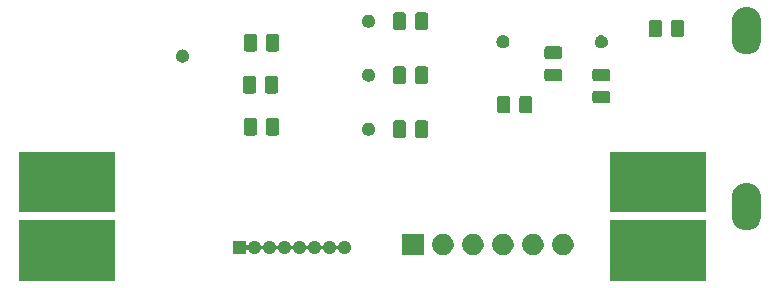
<source format=gbr>
G04 #@! TF.GenerationSoftware,KiCad,Pcbnew,5.1.6-c6e7f7d~87~ubuntu18.04.1*
G04 #@! TF.CreationDate,2020-08-29T18:23:14+01:00*
G04 #@! TF.ProjectId,ossw_lcd,6f737377-5f6c-4636-942e-6b696361645f,1.1*
G04 #@! TF.SameCoordinates,Original*
G04 #@! TF.FileFunction,Soldermask,Bot*
G04 #@! TF.FilePolarity,Negative*
%FSLAX46Y46*%
G04 Gerber Fmt 4.6, Leading zero omitted, Abs format (unit mm)*
G04 Created by KiCad (PCBNEW 5.1.6-c6e7f7d~87~ubuntu18.04.1) date 2020-08-29 18:23:14*
%MOMM*%
%LPD*%
G01*
G04 APERTURE LIST*
%ADD10C,0.100000*%
G04 APERTURE END LIST*
D10*
G36*
X191096600Y-107605400D02*
G01*
X182994600Y-107605400D01*
X182994600Y-102503400D01*
X191096600Y-102503400D01*
X191096600Y-107605400D01*
G37*
G36*
X141084000Y-107605400D02*
G01*
X132982000Y-107605400D01*
X132982000Y-102503400D01*
X141084000Y-102503400D01*
X141084000Y-107605400D01*
G37*
G36*
X168972712Y-103650327D02*
G01*
X169122012Y-103680024D01*
X169285984Y-103747944D01*
X169433554Y-103846547D01*
X169559053Y-103972046D01*
X169657656Y-104119616D01*
X169725576Y-104283588D01*
X169743243Y-104372409D01*
X169760200Y-104457658D01*
X169760200Y-104635142D01*
X169756182Y-104655341D01*
X169725576Y-104809212D01*
X169657656Y-104973184D01*
X169559053Y-105120754D01*
X169433554Y-105246253D01*
X169285984Y-105344856D01*
X169122012Y-105412776D01*
X168972712Y-105442473D01*
X168947942Y-105447400D01*
X168770458Y-105447400D01*
X168745688Y-105442473D01*
X168596388Y-105412776D01*
X168432416Y-105344856D01*
X168284846Y-105246253D01*
X168159347Y-105120754D01*
X168060744Y-104973184D01*
X167992824Y-104809212D01*
X167962218Y-104655341D01*
X167958200Y-104635142D01*
X167958200Y-104457658D01*
X167975157Y-104372409D01*
X167992824Y-104283588D01*
X168060744Y-104119616D01*
X168159347Y-103972046D01*
X168284846Y-103846547D01*
X168432416Y-103747944D01*
X168596388Y-103680024D01*
X168745688Y-103650327D01*
X168770458Y-103645400D01*
X168947942Y-103645400D01*
X168972712Y-103650327D01*
G37*
G36*
X167220200Y-105447400D02*
G01*
X165418200Y-105447400D01*
X165418200Y-103645400D01*
X167220200Y-103645400D01*
X167220200Y-105447400D01*
G37*
G36*
X174052712Y-103650327D02*
G01*
X174202012Y-103680024D01*
X174365984Y-103747944D01*
X174513554Y-103846547D01*
X174639053Y-103972046D01*
X174737656Y-104119616D01*
X174805576Y-104283588D01*
X174823243Y-104372409D01*
X174840200Y-104457658D01*
X174840200Y-104635142D01*
X174836182Y-104655341D01*
X174805576Y-104809212D01*
X174737656Y-104973184D01*
X174639053Y-105120754D01*
X174513554Y-105246253D01*
X174365984Y-105344856D01*
X174202012Y-105412776D01*
X174052712Y-105442473D01*
X174027942Y-105447400D01*
X173850458Y-105447400D01*
X173825688Y-105442473D01*
X173676388Y-105412776D01*
X173512416Y-105344856D01*
X173364846Y-105246253D01*
X173239347Y-105120754D01*
X173140744Y-104973184D01*
X173072824Y-104809212D01*
X173042218Y-104655341D01*
X173038200Y-104635142D01*
X173038200Y-104457658D01*
X173055157Y-104372409D01*
X173072824Y-104283588D01*
X173140744Y-104119616D01*
X173239347Y-103972046D01*
X173364846Y-103846547D01*
X173512416Y-103747944D01*
X173676388Y-103680024D01*
X173825688Y-103650327D01*
X173850458Y-103645400D01*
X174027942Y-103645400D01*
X174052712Y-103650327D01*
G37*
G36*
X176592712Y-103650327D02*
G01*
X176742012Y-103680024D01*
X176905984Y-103747944D01*
X177053554Y-103846547D01*
X177179053Y-103972046D01*
X177277656Y-104119616D01*
X177345576Y-104283588D01*
X177363243Y-104372409D01*
X177380200Y-104457658D01*
X177380200Y-104635142D01*
X177376182Y-104655341D01*
X177345576Y-104809212D01*
X177277656Y-104973184D01*
X177179053Y-105120754D01*
X177053554Y-105246253D01*
X176905984Y-105344856D01*
X176742012Y-105412776D01*
X176592712Y-105442473D01*
X176567942Y-105447400D01*
X176390458Y-105447400D01*
X176365688Y-105442473D01*
X176216388Y-105412776D01*
X176052416Y-105344856D01*
X175904846Y-105246253D01*
X175779347Y-105120754D01*
X175680744Y-104973184D01*
X175612824Y-104809212D01*
X175582218Y-104655341D01*
X175578200Y-104635142D01*
X175578200Y-104457658D01*
X175595157Y-104372409D01*
X175612824Y-104283588D01*
X175680744Y-104119616D01*
X175779347Y-103972046D01*
X175904846Y-103846547D01*
X176052416Y-103747944D01*
X176216388Y-103680024D01*
X176365688Y-103650327D01*
X176390458Y-103645400D01*
X176567942Y-103645400D01*
X176592712Y-103650327D01*
G37*
G36*
X179132712Y-103650327D02*
G01*
X179282012Y-103680024D01*
X179445984Y-103747944D01*
X179593554Y-103846547D01*
X179719053Y-103972046D01*
X179817656Y-104119616D01*
X179885576Y-104283588D01*
X179903243Y-104372409D01*
X179920200Y-104457658D01*
X179920200Y-104635142D01*
X179916182Y-104655341D01*
X179885576Y-104809212D01*
X179817656Y-104973184D01*
X179719053Y-105120754D01*
X179593554Y-105246253D01*
X179445984Y-105344856D01*
X179282012Y-105412776D01*
X179132712Y-105442473D01*
X179107942Y-105447400D01*
X178930458Y-105447400D01*
X178905688Y-105442473D01*
X178756388Y-105412776D01*
X178592416Y-105344856D01*
X178444846Y-105246253D01*
X178319347Y-105120754D01*
X178220744Y-104973184D01*
X178152824Y-104809212D01*
X178122218Y-104655341D01*
X178118200Y-104635142D01*
X178118200Y-104457658D01*
X178135157Y-104372409D01*
X178152824Y-104283588D01*
X178220744Y-104119616D01*
X178319347Y-103972046D01*
X178444846Y-103846547D01*
X178592416Y-103747944D01*
X178756388Y-103680024D01*
X178905688Y-103650327D01*
X178930458Y-103645400D01*
X179107942Y-103645400D01*
X179132712Y-103650327D01*
G37*
G36*
X171512712Y-103650327D02*
G01*
X171662012Y-103680024D01*
X171825984Y-103747944D01*
X171973554Y-103846547D01*
X172099053Y-103972046D01*
X172197656Y-104119616D01*
X172265576Y-104283588D01*
X172283243Y-104372409D01*
X172300200Y-104457658D01*
X172300200Y-104635142D01*
X172296182Y-104655341D01*
X172265576Y-104809212D01*
X172197656Y-104973184D01*
X172099053Y-105120754D01*
X171973554Y-105246253D01*
X171825984Y-105344856D01*
X171662012Y-105412776D01*
X171512712Y-105442473D01*
X171487942Y-105447400D01*
X171310458Y-105447400D01*
X171285688Y-105442473D01*
X171136388Y-105412776D01*
X170972416Y-105344856D01*
X170824846Y-105246253D01*
X170699347Y-105120754D01*
X170600744Y-104973184D01*
X170532824Y-104809212D01*
X170502218Y-104655341D01*
X170498200Y-104635142D01*
X170498200Y-104457658D01*
X170515157Y-104372409D01*
X170532824Y-104283588D01*
X170600744Y-104119616D01*
X170699347Y-103972046D01*
X170824846Y-103846547D01*
X170972416Y-103747944D01*
X171136388Y-103680024D01*
X171285688Y-103650327D01*
X171310458Y-103645400D01*
X171487942Y-103645400D01*
X171512712Y-103650327D01*
G37*
G36*
X152189000Y-104472618D02*
G01*
X152191402Y-104497004D01*
X152198515Y-104520453D01*
X152210066Y-104542064D01*
X152225611Y-104561006D01*
X152244553Y-104576551D01*
X152266164Y-104588102D01*
X152289613Y-104595215D01*
X152313999Y-104597617D01*
X152338385Y-104595215D01*
X152361834Y-104588102D01*
X152383445Y-104576551D01*
X152402387Y-104561006D01*
X152417932Y-104542064D01*
X152480009Y-104449160D01*
X152480010Y-104449158D01*
X152556758Y-104372410D01*
X152647004Y-104312110D01*
X152647005Y-104312109D01*
X152747279Y-104270574D01*
X152853730Y-104249400D01*
X152962270Y-104249400D01*
X153068721Y-104270574D01*
X153168995Y-104312109D01*
X153168996Y-104312110D01*
X153259242Y-104372410D01*
X153335990Y-104449158D01*
X153335991Y-104449160D01*
X153396291Y-104539405D01*
X153427516Y-104614789D01*
X153439067Y-104636400D01*
X153454612Y-104655341D01*
X153473554Y-104670887D01*
X153495165Y-104682438D01*
X153518614Y-104689551D01*
X153543000Y-104691953D01*
X153567386Y-104689551D01*
X153590835Y-104682438D01*
X153612446Y-104670887D01*
X153631387Y-104655342D01*
X153646933Y-104636400D01*
X153658484Y-104614789D01*
X153689709Y-104539405D01*
X153750009Y-104449160D01*
X153750010Y-104449158D01*
X153826758Y-104372410D01*
X153917004Y-104312110D01*
X153917005Y-104312109D01*
X154017279Y-104270574D01*
X154123730Y-104249400D01*
X154232270Y-104249400D01*
X154338721Y-104270574D01*
X154438995Y-104312109D01*
X154438996Y-104312110D01*
X154529242Y-104372410D01*
X154605990Y-104449158D01*
X154605991Y-104449160D01*
X154666291Y-104539405D01*
X154697516Y-104614789D01*
X154709067Y-104636400D01*
X154724612Y-104655341D01*
X154743554Y-104670887D01*
X154765165Y-104682438D01*
X154788614Y-104689551D01*
X154813000Y-104691953D01*
X154837386Y-104689551D01*
X154860835Y-104682438D01*
X154882446Y-104670887D01*
X154901387Y-104655342D01*
X154916933Y-104636400D01*
X154928484Y-104614789D01*
X154959709Y-104539405D01*
X155020009Y-104449160D01*
X155020010Y-104449158D01*
X155096758Y-104372410D01*
X155187004Y-104312110D01*
X155187005Y-104312109D01*
X155287279Y-104270574D01*
X155393730Y-104249400D01*
X155502270Y-104249400D01*
X155608721Y-104270574D01*
X155708995Y-104312109D01*
X155708996Y-104312110D01*
X155799242Y-104372410D01*
X155875990Y-104449158D01*
X155875991Y-104449160D01*
X155936291Y-104539405D01*
X155967516Y-104614789D01*
X155979067Y-104636400D01*
X155994612Y-104655341D01*
X156013554Y-104670887D01*
X156035165Y-104682438D01*
X156058614Y-104689551D01*
X156083000Y-104691953D01*
X156107386Y-104689551D01*
X156130835Y-104682438D01*
X156152446Y-104670887D01*
X156171387Y-104655342D01*
X156186933Y-104636400D01*
X156198484Y-104614789D01*
X156229709Y-104539405D01*
X156290009Y-104449160D01*
X156290010Y-104449158D01*
X156366758Y-104372410D01*
X156457004Y-104312110D01*
X156457005Y-104312109D01*
X156557279Y-104270574D01*
X156663730Y-104249400D01*
X156772270Y-104249400D01*
X156878721Y-104270574D01*
X156978995Y-104312109D01*
X156978996Y-104312110D01*
X157069242Y-104372410D01*
X157145990Y-104449158D01*
X157145991Y-104449160D01*
X157206291Y-104539405D01*
X157237516Y-104614789D01*
X157249067Y-104636400D01*
X157264612Y-104655341D01*
X157283554Y-104670887D01*
X157305165Y-104682438D01*
X157328614Y-104689551D01*
X157353000Y-104691953D01*
X157377386Y-104689551D01*
X157400835Y-104682438D01*
X157422446Y-104670887D01*
X157441387Y-104655342D01*
X157456933Y-104636400D01*
X157468484Y-104614789D01*
X157499709Y-104539405D01*
X157560009Y-104449160D01*
X157560010Y-104449158D01*
X157636758Y-104372410D01*
X157727004Y-104312110D01*
X157727005Y-104312109D01*
X157827279Y-104270574D01*
X157933730Y-104249400D01*
X158042270Y-104249400D01*
X158148721Y-104270574D01*
X158248995Y-104312109D01*
X158248996Y-104312110D01*
X158339242Y-104372410D01*
X158415990Y-104449158D01*
X158415991Y-104449160D01*
X158476291Y-104539405D01*
X158507516Y-104614789D01*
X158519067Y-104636400D01*
X158534612Y-104655341D01*
X158553554Y-104670887D01*
X158575165Y-104682438D01*
X158598614Y-104689551D01*
X158623000Y-104691953D01*
X158647386Y-104689551D01*
X158670835Y-104682438D01*
X158692446Y-104670887D01*
X158711387Y-104655342D01*
X158726933Y-104636400D01*
X158738484Y-104614789D01*
X158769709Y-104539405D01*
X158830009Y-104449160D01*
X158830010Y-104449158D01*
X158906758Y-104372410D01*
X158997004Y-104312110D01*
X158997005Y-104312109D01*
X159097279Y-104270574D01*
X159203730Y-104249400D01*
X159312270Y-104249400D01*
X159418721Y-104270574D01*
X159518995Y-104312109D01*
X159518996Y-104312110D01*
X159609242Y-104372410D01*
X159685990Y-104449158D01*
X159685991Y-104449160D01*
X159746291Y-104539405D01*
X159777516Y-104614789D01*
X159789067Y-104636400D01*
X159804612Y-104655341D01*
X159823554Y-104670887D01*
X159845165Y-104682438D01*
X159868614Y-104689551D01*
X159893000Y-104691953D01*
X159917386Y-104689551D01*
X159940835Y-104682438D01*
X159962446Y-104670887D01*
X159981387Y-104655342D01*
X159996933Y-104636400D01*
X160008484Y-104614789D01*
X160039709Y-104539405D01*
X160100009Y-104449160D01*
X160100010Y-104449158D01*
X160176758Y-104372410D01*
X160267004Y-104312110D01*
X160267005Y-104312109D01*
X160367279Y-104270574D01*
X160473730Y-104249400D01*
X160582270Y-104249400D01*
X160688721Y-104270574D01*
X160788995Y-104312109D01*
X160788996Y-104312110D01*
X160879242Y-104372410D01*
X160955990Y-104449158D01*
X160955991Y-104449160D01*
X161016291Y-104539405D01*
X161057826Y-104639679D01*
X161079000Y-104746130D01*
X161079000Y-104854670D01*
X161057826Y-104961121D01*
X161016291Y-105061395D01*
X161016290Y-105061396D01*
X160955990Y-105151642D01*
X160879242Y-105228390D01*
X160852509Y-105246252D01*
X160788995Y-105288691D01*
X160688721Y-105330226D01*
X160582270Y-105351400D01*
X160473730Y-105351400D01*
X160367279Y-105330226D01*
X160267005Y-105288691D01*
X160203491Y-105246252D01*
X160176758Y-105228390D01*
X160100010Y-105151642D01*
X160039710Y-105061396D01*
X160039709Y-105061395D01*
X160008484Y-104986011D01*
X159996933Y-104964400D01*
X159981388Y-104945459D01*
X159962446Y-104929913D01*
X159940835Y-104918362D01*
X159917386Y-104911249D01*
X159893000Y-104908847D01*
X159868614Y-104911249D01*
X159845165Y-104918362D01*
X159823554Y-104929913D01*
X159804613Y-104945458D01*
X159789067Y-104964400D01*
X159777516Y-104986011D01*
X159746291Y-105061395D01*
X159746290Y-105061396D01*
X159685990Y-105151642D01*
X159609242Y-105228390D01*
X159582509Y-105246252D01*
X159518995Y-105288691D01*
X159418721Y-105330226D01*
X159312270Y-105351400D01*
X159203730Y-105351400D01*
X159097279Y-105330226D01*
X158997005Y-105288691D01*
X158933491Y-105246252D01*
X158906758Y-105228390D01*
X158830010Y-105151642D01*
X158769710Y-105061396D01*
X158769709Y-105061395D01*
X158738484Y-104986011D01*
X158726933Y-104964400D01*
X158711388Y-104945459D01*
X158692446Y-104929913D01*
X158670835Y-104918362D01*
X158647386Y-104911249D01*
X158623000Y-104908847D01*
X158598614Y-104911249D01*
X158575165Y-104918362D01*
X158553554Y-104929913D01*
X158534613Y-104945458D01*
X158519067Y-104964400D01*
X158507516Y-104986011D01*
X158476291Y-105061395D01*
X158476290Y-105061396D01*
X158415990Y-105151642D01*
X158339242Y-105228390D01*
X158312509Y-105246252D01*
X158248995Y-105288691D01*
X158148721Y-105330226D01*
X158042270Y-105351400D01*
X157933730Y-105351400D01*
X157827279Y-105330226D01*
X157727005Y-105288691D01*
X157663491Y-105246252D01*
X157636758Y-105228390D01*
X157560010Y-105151642D01*
X157499710Y-105061396D01*
X157499709Y-105061395D01*
X157468484Y-104986011D01*
X157456933Y-104964400D01*
X157441388Y-104945459D01*
X157422446Y-104929913D01*
X157400835Y-104918362D01*
X157377386Y-104911249D01*
X157353000Y-104908847D01*
X157328614Y-104911249D01*
X157305165Y-104918362D01*
X157283554Y-104929913D01*
X157264613Y-104945458D01*
X157249067Y-104964400D01*
X157237516Y-104986011D01*
X157206291Y-105061395D01*
X157206290Y-105061396D01*
X157145990Y-105151642D01*
X157069242Y-105228390D01*
X157042509Y-105246252D01*
X156978995Y-105288691D01*
X156878721Y-105330226D01*
X156772270Y-105351400D01*
X156663730Y-105351400D01*
X156557279Y-105330226D01*
X156457005Y-105288691D01*
X156393491Y-105246252D01*
X156366758Y-105228390D01*
X156290010Y-105151642D01*
X156229710Y-105061396D01*
X156229709Y-105061395D01*
X156198484Y-104986011D01*
X156186933Y-104964400D01*
X156171388Y-104945459D01*
X156152446Y-104929913D01*
X156130835Y-104918362D01*
X156107386Y-104911249D01*
X156083000Y-104908847D01*
X156058614Y-104911249D01*
X156035165Y-104918362D01*
X156013554Y-104929913D01*
X155994613Y-104945458D01*
X155979067Y-104964400D01*
X155967516Y-104986011D01*
X155936291Y-105061395D01*
X155936290Y-105061396D01*
X155875990Y-105151642D01*
X155799242Y-105228390D01*
X155772509Y-105246252D01*
X155708995Y-105288691D01*
X155608721Y-105330226D01*
X155502270Y-105351400D01*
X155393730Y-105351400D01*
X155287279Y-105330226D01*
X155187005Y-105288691D01*
X155123491Y-105246252D01*
X155096758Y-105228390D01*
X155020010Y-105151642D01*
X154959710Y-105061396D01*
X154959709Y-105061395D01*
X154928484Y-104986011D01*
X154916933Y-104964400D01*
X154901388Y-104945459D01*
X154882446Y-104929913D01*
X154860835Y-104918362D01*
X154837386Y-104911249D01*
X154813000Y-104908847D01*
X154788614Y-104911249D01*
X154765165Y-104918362D01*
X154743554Y-104929913D01*
X154724613Y-104945458D01*
X154709067Y-104964400D01*
X154697516Y-104986011D01*
X154666291Y-105061395D01*
X154666290Y-105061396D01*
X154605990Y-105151642D01*
X154529242Y-105228390D01*
X154502509Y-105246252D01*
X154438995Y-105288691D01*
X154338721Y-105330226D01*
X154232270Y-105351400D01*
X154123730Y-105351400D01*
X154017279Y-105330226D01*
X153917005Y-105288691D01*
X153853491Y-105246252D01*
X153826758Y-105228390D01*
X153750010Y-105151642D01*
X153689710Y-105061396D01*
X153689709Y-105061395D01*
X153658484Y-104986011D01*
X153646933Y-104964400D01*
X153631388Y-104945459D01*
X153612446Y-104929913D01*
X153590835Y-104918362D01*
X153567386Y-104911249D01*
X153543000Y-104908847D01*
X153518614Y-104911249D01*
X153495165Y-104918362D01*
X153473554Y-104929913D01*
X153454613Y-104945458D01*
X153439067Y-104964400D01*
X153427516Y-104986011D01*
X153396291Y-105061395D01*
X153396290Y-105061396D01*
X153335990Y-105151642D01*
X153259242Y-105228390D01*
X153232509Y-105246252D01*
X153168995Y-105288691D01*
X153068721Y-105330226D01*
X152962270Y-105351400D01*
X152853730Y-105351400D01*
X152747279Y-105330226D01*
X152647005Y-105288691D01*
X152583491Y-105246252D01*
X152556758Y-105228390D01*
X152480010Y-105151642D01*
X152459012Y-105120216D01*
X152417932Y-105058736D01*
X152402386Y-105039794D01*
X152383444Y-105024249D01*
X152361833Y-105012698D01*
X152338385Y-105005585D01*
X152313998Y-105003183D01*
X152289612Y-105005585D01*
X152266163Y-105012698D01*
X152244553Y-105024249D01*
X152225611Y-105039795D01*
X152210066Y-105058737D01*
X152198515Y-105080348D01*
X152191402Y-105103796D01*
X152189000Y-105128182D01*
X152189000Y-105351400D01*
X151087000Y-105351400D01*
X151087000Y-104249400D01*
X152189000Y-104249400D01*
X152189000Y-104472618D01*
G37*
G36*
X194809239Y-99363101D02*
G01*
X195045053Y-99434634D01*
X195262381Y-99550799D01*
X195452871Y-99707129D01*
X195609201Y-99897619D01*
X195725366Y-100114947D01*
X195796899Y-100350761D01*
X195815000Y-100534543D01*
X195815000Y-102157457D01*
X195796899Y-102341239D01*
X195725366Y-102577053D01*
X195609201Y-102794381D01*
X195452871Y-102984871D01*
X195262380Y-103141201D01*
X195045052Y-103257366D01*
X194809238Y-103328899D01*
X194564000Y-103353053D01*
X194318761Y-103328899D01*
X194082947Y-103257366D01*
X193865619Y-103141201D01*
X193675129Y-102984871D01*
X193518799Y-102794380D01*
X193402634Y-102577052D01*
X193331101Y-102341238D01*
X193313000Y-102157456D01*
X193313000Y-100534543D01*
X193331101Y-100350761D01*
X193402635Y-100114947D01*
X193518800Y-99897619D01*
X193675130Y-99707129D01*
X193865620Y-99550799D01*
X194082948Y-99434634D01*
X194318762Y-99363101D01*
X194564000Y-99338947D01*
X194809239Y-99363101D01*
G37*
G36*
X191147400Y-101788800D02*
G01*
X183045400Y-101788800D01*
X183045400Y-96686800D01*
X191147400Y-96686800D01*
X191147400Y-101788800D01*
G37*
G36*
X141109400Y-101788800D02*
G01*
X133007400Y-101788800D01*
X133007400Y-96686800D01*
X141109400Y-96686800D01*
X141109400Y-101788800D01*
G37*
G36*
X165550468Y-94046365D02*
G01*
X165589138Y-94058096D01*
X165624777Y-94077146D01*
X165656017Y-94102783D01*
X165681654Y-94134023D01*
X165700704Y-94169662D01*
X165712435Y-94208332D01*
X165717000Y-94254688D01*
X165717000Y-95330912D01*
X165712435Y-95377268D01*
X165700704Y-95415938D01*
X165681654Y-95451577D01*
X165656017Y-95482817D01*
X165624777Y-95508454D01*
X165589138Y-95527504D01*
X165550468Y-95539235D01*
X165504112Y-95543800D01*
X164852888Y-95543800D01*
X164806532Y-95539235D01*
X164767862Y-95527504D01*
X164732223Y-95508454D01*
X164700983Y-95482817D01*
X164675346Y-95451577D01*
X164656296Y-95415938D01*
X164644565Y-95377268D01*
X164640000Y-95330912D01*
X164640000Y-94254688D01*
X164644565Y-94208332D01*
X164656296Y-94169662D01*
X164675346Y-94134023D01*
X164700983Y-94102783D01*
X164732223Y-94077146D01*
X164767862Y-94058096D01*
X164806532Y-94046365D01*
X164852888Y-94041800D01*
X165504112Y-94041800D01*
X165550468Y-94046365D01*
G37*
G36*
X167425468Y-94046365D02*
G01*
X167464138Y-94058096D01*
X167499777Y-94077146D01*
X167531017Y-94102783D01*
X167556654Y-94134023D01*
X167575704Y-94169662D01*
X167587435Y-94208332D01*
X167592000Y-94254688D01*
X167592000Y-95330912D01*
X167587435Y-95377268D01*
X167575704Y-95415938D01*
X167556654Y-95451577D01*
X167531017Y-95482817D01*
X167499777Y-95508454D01*
X167464138Y-95527504D01*
X167425468Y-95539235D01*
X167379112Y-95543800D01*
X166727888Y-95543800D01*
X166681532Y-95539235D01*
X166642862Y-95527504D01*
X166607223Y-95508454D01*
X166575983Y-95482817D01*
X166550346Y-95451577D01*
X166531296Y-95415938D01*
X166519565Y-95377268D01*
X166515000Y-95330912D01*
X166515000Y-94254688D01*
X166519565Y-94208332D01*
X166531296Y-94169662D01*
X166550346Y-94134023D01*
X166575983Y-94102783D01*
X166607223Y-94077146D01*
X166642862Y-94058096D01*
X166681532Y-94046365D01*
X166727888Y-94041800D01*
X167379112Y-94041800D01*
X167425468Y-94046365D01*
G37*
G36*
X162720721Y-94262974D02*
G01*
X162820995Y-94304509D01*
X162820996Y-94304510D01*
X162911242Y-94364810D01*
X162987990Y-94441558D01*
X162987991Y-94441560D01*
X163048291Y-94531805D01*
X163089826Y-94632079D01*
X163111000Y-94738530D01*
X163111000Y-94847070D01*
X163089826Y-94953521D01*
X163048291Y-95053795D01*
X163048290Y-95053796D01*
X162987990Y-95144042D01*
X162911242Y-95220790D01*
X162869955Y-95248377D01*
X162820995Y-95281091D01*
X162720721Y-95322626D01*
X162614270Y-95343800D01*
X162505730Y-95343800D01*
X162399279Y-95322626D01*
X162299005Y-95281091D01*
X162250045Y-95248377D01*
X162208758Y-95220790D01*
X162132010Y-95144042D01*
X162071710Y-95053796D01*
X162071709Y-95053795D01*
X162030174Y-94953521D01*
X162009000Y-94847070D01*
X162009000Y-94738530D01*
X162030174Y-94632079D01*
X162071709Y-94531805D01*
X162132009Y-94441560D01*
X162132010Y-94441558D01*
X162208758Y-94364810D01*
X162299004Y-94304510D01*
X162299005Y-94304509D01*
X162399279Y-94262974D01*
X162505730Y-94241800D01*
X162614270Y-94241800D01*
X162720721Y-94262974D01*
G37*
G36*
X154803968Y-93843165D02*
G01*
X154842638Y-93854896D01*
X154878277Y-93873946D01*
X154909517Y-93899583D01*
X154935154Y-93930823D01*
X154954204Y-93966462D01*
X154965935Y-94005132D01*
X154970500Y-94051488D01*
X154970500Y-95127712D01*
X154965935Y-95174068D01*
X154954204Y-95212738D01*
X154935154Y-95248377D01*
X154909517Y-95279617D01*
X154878277Y-95305254D01*
X154842638Y-95324304D01*
X154803968Y-95336035D01*
X154757612Y-95340600D01*
X154106388Y-95340600D01*
X154060032Y-95336035D01*
X154021362Y-95324304D01*
X153985723Y-95305254D01*
X153954483Y-95279617D01*
X153928846Y-95248377D01*
X153909796Y-95212738D01*
X153898065Y-95174068D01*
X153893500Y-95127712D01*
X153893500Y-94051488D01*
X153898065Y-94005132D01*
X153909796Y-93966462D01*
X153928846Y-93930823D01*
X153954483Y-93899583D01*
X153985723Y-93873946D01*
X154021362Y-93854896D01*
X154060032Y-93843165D01*
X154106388Y-93838600D01*
X154757612Y-93838600D01*
X154803968Y-93843165D01*
G37*
G36*
X152928968Y-93843165D02*
G01*
X152967638Y-93854896D01*
X153003277Y-93873946D01*
X153034517Y-93899583D01*
X153060154Y-93930823D01*
X153079204Y-93966462D01*
X153090935Y-94005132D01*
X153095500Y-94051488D01*
X153095500Y-95127712D01*
X153090935Y-95174068D01*
X153079204Y-95212738D01*
X153060154Y-95248377D01*
X153034517Y-95279617D01*
X153003277Y-95305254D01*
X152967638Y-95324304D01*
X152928968Y-95336035D01*
X152882612Y-95340600D01*
X152231388Y-95340600D01*
X152185032Y-95336035D01*
X152146362Y-95324304D01*
X152110723Y-95305254D01*
X152079483Y-95279617D01*
X152053846Y-95248377D01*
X152034796Y-95212738D01*
X152023065Y-95174068D01*
X152018500Y-95127712D01*
X152018500Y-94051488D01*
X152023065Y-94005132D01*
X152034796Y-93966462D01*
X152053846Y-93930823D01*
X152079483Y-93899583D01*
X152110723Y-93873946D01*
X152146362Y-93854896D01*
X152185032Y-93843165D01*
X152231388Y-93838600D01*
X152882612Y-93838600D01*
X152928968Y-93843165D01*
G37*
G36*
X174366568Y-91963565D02*
G01*
X174405238Y-91975296D01*
X174440877Y-91994346D01*
X174472117Y-92019983D01*
X174497754Y-92051223D01*
X174516804Y-92086862D01*
X174528535Y-92125532D01*
X174533100Y-92171888D01*
X174533100Y-93248112D01*
X174528535Y-93294468D01*
X174516804Y-93333138D01*
X174497754Y-93368777D01*
X174472117Y-93400017D01*
X174440877Y-93425654D01*
X174405238Y-93444704D01*
X174366568Y-93456435D01*
X174320212Y-93461000D01*
X173668988Y-93461000D01*
X173622632Y-93456435D01*
X173583962Y-93444704D01*
X173548323Y-93425654D01*
X173517083Y-93400017D01*
X173491446Y-93368777D01*
X173472396Y-93333138D01*
X173460665Y-93294468D01*
X173456100Y-93248112D01*
X173456100Y-92171888D01*
X173460665Y-92125532D01*
X173472396Y-92086862D01*
X173491446Y-92051223D01*
X173517083Y-92019983D01*
X173548323Y-91994346D01*
X173583962Y-91975296D01*
X173622632Y-91963565D01*
X173668988Y-91959000D01*
X174320212Y-91959000D01*
X174366568Y-91963565D01*
G37*
G36*
X176241568Y-91963565D02*
G01*
X176280238Y-91975296D01*
X176315877Y-91994346D01*
X176347117Y-92019983D01*
X176372754Y-92051223D01*
X176391804Y-92086862D01*
X176403535Y-92125532D01*
X176408100Y-92171888D01*
X176408100Y-93248112D01*
X176403535Y-93294468D01*
X176391804Y-93333138D01*
X176372754Y-93368777D01*
X176347117Y-93400017D01*
X176315877Y-93425654D01*
X176280238Y-93444704D01*
X176241568Y-93456435D01*
X176195212Y-93461000D01*
X175543988Y-93461000D01*
X175497632Y-93456435D01*
X175458962Y-93444704D01*
X175423323Y-93425654D01*
X175392083Y-93400017D01*
X175366446Y-93368777D01*
X175347396Y-93333138D01*
X175335665Y-93294468D01*
X175331100Y-93248112D01*
X175331100Y-92171888D01*
X175335665Y-92125532D01*
X175347396Y-92086862D01*
X175366446Y-92051223D01*
X175392083Y-92019983D01*
X175423323Y-91994346D01*
X175458962Y-91975296D01*
X175497632Y-91963565D01*
X175543988Y-91959000D01*
X176195212Y-91959000D01*
X176241568Y-91963565D01*
G37*
G36*
X182854868Y-91538765D02*
G01*
X182893538Y-91550496D01*
X182929177Y-91569546D01*
X182960417Y-91595183D01*
X182986054Y-91626423D01*
X183005104Y-91662062D01*
X183016835Y-91700732D01*
X183021400Y-91747088D01*
X183021400Y-92398312D01*
X183016835Y-92444668D01*
X183005104Y-92483338D01*
X182986054Y-92518977D01*
X182960417Y-92550217D01*
X182929177Y-92575854D01*
X182893538Y-92594904D01*
X182854868Y-92606635D01*
X182808512Y-92611200D01*
X181732288Y-92611200D01*
X181685932Y-92606635D01*
X181647262Y-92594904D01*
X181611623Y-92575854D01*
X181580383Y-92550217D01*
X181554746Y-92518977D01*
X181535696Y-92483338D01*
X181523965Y-92444668D01*
X181519400Y-92398312D01*
X181519400Y-91747088D01*
X181523965Y-91700732D01*
X181535696Y-91662062D01*
X181554746Y-91626423D01*
X181580383Y-91595183D01*
X181611623Y-91569546D01*
X181647262Y-91550496D01*
X181685932Y-91538765D01*
X181732288Y-91534200D01*
X182808512Y-91534200D01*
X182854868Y-91538765D01*
G37*
G36*
X152850468Y-90287165D02*
G01*
X152889138Y-90298896D01*
X152924777Y-90317946D01*
X152956017Y-90343583D01*
X152981654Y-90374823D01*
X153000704Y-90410462D01*
X153012435Y-90449132D01*
X153017000Y-90495488D01*
X153017000Y-91571712D01*
X153012435Y-91618068D01*
X153000704Y-91656738D01*
X152981654Y-91692377D01*
X152956017Y-91723617D01*
X152924777Y-91749254D01*
X152889138Y-91768304D01*
X152850468Y-91780035D01*
X152804112Y-91784600D01*
X152152888Y-91784600D01*
X152106532Y-91780035D01*
X152067862Y-91768304D01*
X152032223Y-91749254D01*
X152000983Y-91723617D01*
X151975346Y-91692377D01*
X151956296Y-91656738D01*
X151944565Y-91618068D01*
X151940000Y-91571712D01*
X151940000Y-90495488D01*
X151944565Y-90449132D01*
X151956296Y-90410462D01*
X151975346Y-90374823D01*
X152000983Y-90343583D01*
X152032223Y-90317946D01*
X152067862Y-90298896D01*
X152106532Y-90287165D01*
X152152888Y-90282600D01*
X152804112Y-90282600D01*
X152850468Y-90287165D01*
G37*
G36*
X154725468Y-90287165D02*
G01*
X154764138Y-90298896D01*
X154799777Y-90317946D01*
X154831017Y-90343583D01*
X154856654Y-90374823D01*
X154875704Y-90410462D01*
X154887435Y-90449132D01*
X154892000Y-90495488D01*
X154892000Y-91571712D01*
X154887435Y-91618068D01*
X154875704Y-91656738D01*
X154856654Y-91692377D01*
X154831017Y-91723617D01*
X154799777Y-91749254D01*
X154764138Y-91768304D01*
X154725468Y-91780035D01*
X154679112Y-91784600D01*
X154027888Y-91784600D01*
X153981532Y-91780035D01*
X153942862Y-91768304D01*
X153907223Y-91749254D01*
X153875983Y-91723617D01*
X153850346Y-91692377D01*
X153831296Y-91656738D01*
X153819565Y-91618068D01*
X153815000Y-91571712D01*
X153815000Y-90495488D01*
X153819565Y-90449132D01*
X153831296Y-90410462D01*
X153850346Y-90374823D01*
X153875983Y-90343583D01*
X153907223Y-90317946D01*
X153942862Y-90298896D01*
X153981532Y-90287165D01*
X154027888Y-90282600D01*
X154679112Y-90282600D01*
X154725468Y-90287165D01*
G37*
G36*
X165550468Y-89474365D02*
G01*
X165589138Y-89486096D01*
X165624777Y-89505146D01*
X165656017Y-89530783D01*
X165681654Y-89562023D01*
X165700704Y-89597662D01*
X165712435Y-89636332D01*
X165717000Y-89682688D01*
X165717000Y-90758912D01*
X165712435Y-90805268D01*
X165700704Y-90843938D01*
X165681654Y-90879577D01*
X165656017Y-90910817D01*
X165624777Y-90936454D01*
X165589138Y-90955504D01*
X165550468Y-90967235D01*
X165504112Y-90971800D01*
X164852888Y-90971800D01*
X164806532Y-90967235D01*
X164767862Y-90955504D01*
X164732223Y-90936454D01*
X164700983Y-90910817D01*
X164675346Y-90879577D01*
X164656296Y-90843938D01*
X164644565Y-90805268D01*
X164640000Y-90758912D01*
X164640000Y-89682688D01*
X164644565Y-89636332D01*
X164656296Y-89597662D01*
X164675346Y-89562023D01*
X164700983Y-89530783D01*
X164732223Y-89505146D01*
X164767862Y-89486096D01*
X164806532Y-89474365D01*
X164852888Y-89469800D01*
X165504112Y-89469800D01*
X165550468Y-89474365D01*
G37*
G36*
X167425468Y-89474365D02*
G01*
X167464138Y-89486096D01*
X167499777Y-89505146D01*
X167531017Y-89530783D01*
X167556654Y-89562023D01*
X167575704Y-89597662D01*
X167587435Y-89636332D01*
X167592000Y-89682688D01*
X167592000Y-90758912D01*
X167587435Y-90805268D01*
X167575704Y-90843938D01*
X167556654Y-90879577D01*
X167531017Y-90910817D01*
X167499777Y-90936454D01*
X167464138Y-90955504D01*
X167425468Y-90967235D01*
X167379112Y-90971800D01*
X166727888Y-90971800D01*
X166681532Y-90967235D01*
X166642862Y-90955504D01*
X166607223Y-90936454D01*
X166575983Y-90910817D01*
X166550346Y-90879577D01*
X166531296Y-90843938D01*
X166519565Y-90805268D01*
X166515000Y-90758912D01*
X166515000Y-89682688D01*
X166519565Y-89636332D01*
X166531296Y-89597662D01*
X166550346Y-89562023D01*
X166575983Y-89530783D01*
X166607223Y-89505146D01*
X166642862Y-89486096D01*
X166681532Y-89474365D01*
X166727888Y-89469800D01*
X167379112Y-89469800D01*
X167425468Y-89474365D01*
G37*
G36*
X162720721Y-89690974D02*
G01*
X162820995Y-89732509D01*
X162829304Y-89738061D01*
X162911242Y-89792810D01*
X162987990Y-89869558D01*
X162989680Y-89872088D01*
X163048291Y-89959805D01*
X163089826Y-90060079D01*
X163111000Y-90166530D01*
X163111000Y-90275070D01*
X163089826Y-90381521D01*
X163048291Y-90481795D01*
X163023624Y-90518712D01*
X162987990Y-90572042D01*
X162911242Y-90648790D01*
X162898447Y-90657339D01*
X162820995Y-90709091D01*
X162720721Y-90750626D01*
X162614270Y-90771800D01*
X162505730Y-90771800D01*
X162399279Y-90750626D01*
X162299005Y-90709091D01*
X162221553Y-90657339D01*
X162208758Y-90648790D01*
X162132010Y-90572042D01*
X162096376Y-90518712D01*
X162071709Y-90481795D01*
X162030174Y-90381521D01*
X162009000Y-90275070D01*
X162009000Y-90166530D01*
X162030174Y-90060079D01*
X162071709Y-89959805D01*
X162130320Y-89872088D01*
X162132010Y-89869558D01*
X162208758Y-89792810D01*
X162290696Y-89738061D01*
X162299005Y-89732509D01*
X162399279Y-89690974D01*
X162505730Y-89669800D01*
X162614270Y-89669800D01*
X162720721Y-89690974D01*
G37*
G36*
X182854868Y-89663765D02*
G01*
X182893538Y-89675496D01*
X182929177Y-89694546D01*
X182960417Y-89720183D01*
X182986054Y-89751423D01*
X183005104Y-89787062D01*
X183016835Y-89825732D01*
X183021400Y-89872088D01*
X183021400Y-90523312D01*
X183016835Y-90569668D01*
X183005104Y-90608338D01*
X182986054Y-90643977D01*
X182960417Y-90675217D01*
X182929177Y-90700854D01*
X182893538Y-90719904D01*
X182854868Y-90731635D01*
X182808512Y-90736200D01*
X181732288Y-90736200D01*
X181685932Y-90731635D01*
X181647262Y-90719904D01*
X181611623Y-90700854D01*
X181580383Y-90675217D01*
X181554746Y-90643977D01*
X181535696Y-90608338D01*
X181523965Y-90569668D01*
X181519400Y-90523312D01*
X181519400Y-89872088D01*
X181523965Y-89825732D01*
X181535696Y-89787062D01*
X181554746Y-89751423D01*
X181580383Y-89720183D01*
X181611623Y-89694546D01*
X181647262Y-89675496D01*
X181685932Y-89663765D01*
X181732288Y-89659200D01*
X182808512Y-89659200D01*
X182854868Y-89663765D01*
G37*
G36*
X178790868Y-89659165D02*
G01*
X178829538Y-89670896D01*
X178865177Y-89689946D01*
X178896417Y-89715583D01*
X178922054Y-89746823D01*
X178941104Y-89782462D01*
X178952835Y-89821132D01*
X178957400Y-89867488D01*
X178957400Y-90518712D01*
X178952835Y-90565068D01*
X178941104Y-90603738D01*
X178922054Y-90639377D01*
X178896417Y-90670617D01*
X178865177Y-90696254D01*
X178829538Y-90715304D01*
X178790868Y-90727035D01*
X178744512Y-90731600D01*
X177668288Y-90731600D01*
X177621932Y-90727035D01*
X177583262Y-90715304D01*
X177547623Y-90696254D01*
X177516383Y-90670617D01*
X177490746Y-90639377D01*
X177471696Y-90603738D01*
X177459965Y-90565068D01*
X177455400Y-90518712D01*
X177455400Y-89867488D01*
X177459965Y-89821132D01*
X177471696Y-89782462D01*
X177490746Y-89746823D01*
X177516383Y-89715583D01*
X177547623Y-89689946D01*
X177583262Y-89670896D01*
X177621932Y-89659165D01*
X177668288Y-89654600D01*
X178744512Y-89654600D01*
X178790868Y-89659165D01*
G37*
G36*
X146972721Y-88065374D02*
G01*
X147072995Y-88106909D01*
X147072996Y-88106910D01*
X147163242Y-88167210D01*
X147239990Y-88243958D01*
X147239991Y-88243960D01*
X147300291Y-88334205D01*
X147341826Y-88434479D01*
X147363000Y-88540930D01*
X147363000Y-88649470D01*
X147341826Y-88755921D01*
X147300291Y-88856195D01*
X147300290Y-88856196D01*
X147239990Y-88946442D01*
X147163242Y-89023190D01*
X147117812Y-89053545D01*
X147072995Y-89083491D01*
X146972721Y-89125026D01*
X146866270Y-89146200D01*
X146757730Y-89146200D01*
X146651279Y-89125026D01*
X146551005Y-89083491D01*
X146506188Y-89053545D01*
X146460758Y-89023190D01*
X146384010Y-88946442D01*
X146323710Y-88856196D01*
X146323709Y-88856195D01*
X146282174Y-88755921D01*
X146261000Y-88649470D01*
X146261000Y-88540930D01*
X146282174Y-88434479D01*
X146323709Y-88334205D01*
X146384009Y-88243960D01*
X146384010Y-88243958D01*
X146460758Y-88167210D01*
X146551004Y-88106910D01*
X146551005Y-88106909D01*
X146651279Y-88065374D01*
X146757730Y-88044200D01*
X146866270Y-88044200D01*
X146972721Y-88065374D01*
G37*
G36*
X178790868Y-87784165D02*
G01*
X178829538Y-87795896D01*
X178865177Y-87814946D01*
X178896417Y-87840583D01*
X178922054Y-87871823D01*
X178941104Y-87907462D01*
X178952835Y-87946132D01*
X178957400Y-87992488D01*
X178957400Y-88643712D01*
X178952835Y-88690068D01*
X178941104Y-88728738D01*
X178922054Y-88764377D01*
X178896417Y-88795617D01*
X178865177Y-88821254D01*
X178829538Y-88840304D01*
X178790868Y-88852035D01*
X178744512Y-88856600D01*
X177668288Y-88856600D01*
X177621932Y-88852035D01*
X177583262Y-88840304D01*
X177547623Y-88821254D01*
X177516383Y-88795617D01*
X177490746Y-88764377D01*
X177471696Y-88728738D01*
X177459965Y-88690068D01*
X177455400Y-88643712D01*
X177455400Y-87992488D01*
X177459965Y-87946132D01*
X177471696Y-87907462D01*
X177490746Y-87871823D01*
X177516383Y-87840583D01*
X177547623Y-87814946D01*
X177583262Y-87795896D01*
X177621932Y-87784165D01*
X177668288Y-87779600D01*
X178744512Y-87779600D01*
X178790868Y-87784165D01*
G37*
G36*
X194809239Y-84463101D02*
G01*
X195045053Y-84534634D01*
X195262381Y-84650799D01*
X195452871Y-84807129D01*
X195609201Y-84997619D01*
X195725366Y-85214947D01*
X195796899Y-85450761D01*
X195815000Y-85634543D01*
X195815000Y-87257457D01*
X195796899Y-87441239D01*
X195725366Y-87677053D01*
X195609201Y-87894381D01*
X195452871Y-88084871D01*
X195262380Y-88241201D01*
X195045052Y-88357366D01*
X194809238Y-88428899D01*
X194564000Y-88453053D01*
X194318761Y-88428899D01*
X194082947Y-88357366D01*
X193865619Y-88241201D01*
X193675129Y-88084871D01*
X193518799Y-87894380D01*
X193402634Y-87677052D01*
X193331101Y-87441238D01*
X193313000Y-87257456D01*
X193313000Y-85634543D01*
X193331101Y-85450761D01*
X193350199Y-85387805D01*
X193402635Y-85214947D01*
X193428237Y-85167050D01*
X193518800Y-84997619D01*
X193675130Y-84807129D01*
X193865620Y-84650799D01*
X194082948Y-84534634D01*
X194318762Y-84463101D01*
X194564000Y-84438947D01*
X194809239Y-84463101D01*
G37*
G36*
X154803968Y-86731165D02*
G01*
X154842638Y-86742896D01*
X154878277Y-86761946D01*
X154909517Y-86787583D01*
X154935154Y-86818823D01*
X154954204Y-86854462D01*
X154965935Y-86893132D01*
X154970500Y-86939488D01*
X154970500Y-88015712D01*
X154965935Y-88062068D01*
X154954204Y-88100738D01*
X154935154Y-88136377D01*
X154909517Y-88167617D01*
X154878277Y-88193254D01*
X154842638Y-88212304D01*
X154803968Y-88224035D01*
X154757612Y-88228600D01*
X154106388Y-88228600D01*
X154060032Y-88224035D01*
X154021362Y-88212304D01*
X153985723Y-88193254D01*
X153954483Y-88167617D01*
X153928846Y-88136377D01*
X153909796Y-88100738D01*
X153898065Y-88062068D01*
X153893500Y-88015712D01*
X153893500Y-86939488D01*
X153898065Y-86893132D01*
X153909796Y-86854462D01*
X153928846Y-86818823D01*
X153954483Y-86787583D01*
X153985723Y-86761946D01*
X154021362Y-86742896D01*
X154060032Y-86731165D01*
X154106388Y-86726600D01*
X154757612Y-86726600D01*
X154803968Y-86731165D01*
G37*
G36*
X152928968Y-86731165D02*
G01*
X152967638Y-86742896D01*
X153003277Y-86761946D01*
X153034517Y-86787583D01*
X153060154Y-86818823D01*
X153079204Y-86854462D01*
X153090935Y-86893132D01*
X153095500Y-86939488D01*
X153095500Y-88015712D01*
X153090935Y-88062068D01*
X153079204Y-88100738D01*
X153060154Y-88136377D01*
X153034517Y-88167617D01*
X153003277Y-88193254D01*
X152967638Y-88212304D01*
X152928968Y-88224035D01*
X152882612Y-88228600D01*
X152231388Y-88228600D01*
X152185032Y-88224035D01*
X152146362Y-88212304D01*
X152110723Y-88193254D01*
X152079483Y-88167617D01*
X152053846Y-88136377D01*
X152034796Y-88100738D01*
X152023065Y-88062068D01*
X152018500Y-88015712D01*
X152018500Y-86939488D01*
X152023065Y-86893132D01*
X152034796Y-86854462D01*
X152053846Y-86818823D01*
X152079483Y-86787583D01*
X152110723Y-86761946D01*
X152146362Y-86742896D01*
X152185032Y-86731165D01*
X152231388Y-86726600D01*
X152882612Y-86726600D01*
X152928968Y-86731165D01*
G37*
G36*
X182431121Y-86846174D02*
G01*
X182531395Y-86887709D01*
X182531396Y-86887710D01*
X182621642Y-86948010D01*
X182698390Y-87024758D01*
X182698391Y-87024760D01*
X182758691Y-87115005D01*
X182800226Y-87215279D01*
X182821400Y-87321730D01*
X182821400Y-87430270D01*
X182800226Y-87536721D01*
X182758691Y-87636995D01*
X182758690Y-87636996D01*
X182698390Y-87727242D01*
X182621642Y-87803990D01*
X182576212Y-87834345D01*
X182531395Y-87864291D01*
X182431121Y-87905826D01*
X182324670Y-87927000D01*
X182216130Y-87927000D01*
X182109679Y-87905826D01*
X182009405Y-87864291D01*
X181964588Y-87834345D01*
X181919158Y-87803990D01*
X181842410Y-87727242D01*
X181782110Y-87636996D01*
X181782109Y-87636995D01*
X181740574Y-87536721D01*
X181719400Y-87430270D01*
X181719400Y-87321730D01*
X181740574Y-87215279D01*
X181782109Y-87115005D01*
X181842409Y-87024760D01*
X181842410Y-87024758D01*
X181919158Y-86948010D01*
X182009404Y-86887710D01*
X182009405Y-86887709D01*
X182109679Y-86846174D01*
X182216130Y-86825000D01*
X182324670Y-86825000D01*
X182431121Y-86846174D01*
G37*
G36*
X174087221Y-86833474D02*
G01*
X174187495Y-86875009D01*
X174187496Y-86875010D01*
X174277742Y-86935310D01*
X174354490Y-87012058D01*
X174354491Y-87012060D01*
X174414791Y-87102305D01*
X174456326Y-87202579D01*
X174477500Y-87309030D01*
X174477500Y-87417570D01*
X174456326Y-87524021D01*
X174414791Y-87624295D01*
X174414790Y-87624296D01*
X174354490Y-87714542D01*
X174277742Y-87791290D01*
X174264564Y-87800095D01*
X174187495Y-87851591D01*
X174087221Y-87893126D01*
X173980770Y-87914300D01*
X173872230Y-87914300D01*
X173765779Y-87893126D01*
X173665505Y-87851591D01*
X173588436Y-87800095D01*
X173575258Y-87791290D01*
X173498510Y-87714542D01*
X173438210Y-87624296D01*
X173438209Y-87624295D01*
X173396674Y-87524021D01*
X173375500Y-87417570D01*
X173375500Y-87309030D01*
X173396674Y-87202579D01*
X173438209Y-87102305D01*
X173498509Y-87012060D01*
X173498510Y-87012058D01*
X173575258Y-86935310D01*
X173665504Y-86875010D01*
X173665505Y-86875009D01*
X173765779Y-86833474D01*
X173872230Y-86812300D01*
X173980770Y-86812300D01*
X174087221Y-86833474D01*
G37*
G36*
X189093968Y-85511965D02*
G01*
X189132638Y-85523696D01*
X189168277Y-85542746D01*
X189199517Y-85568383D01*
X189225154Y-85599623D01*
X189244204Y-85635262D01*
X189255935Y-85673932D01*
X189260500Y-85720288D01*
X189260500Y-86796512D01*
X189255935Y-86842868D01*
X189244204Y-86881538D01*
X189225154Y-86917177D01*
X189199517Y-86948417D01*
X189168277Y-86974054D01*
X189132638Y-86993104D01*
X189093968Y-87004835D01*
X189047612Y-87009400D01*
X188396388Y-87009400D01*
X188350032Y-87004835D01*
X188311362Y-86993104D01*
X188275723Y-86974054D01*
X188244483Y-86948417D01*
X188218846Y-86917177D01*
X188199796Y-86881538D01*
X188188065Y-86842868D01*
X188183500Y-86796512D01*
X188183500Y-85720288D01*
X188188065Y-85673932D01*
X188199796Y-85635262D01*
X188218846Y-85599623D01*
X188244483Y-85568383D01*
X188275723Y-85542746D01*
X188311362Y-85523696D01*
X188350032Y-85511965D01*
X188396388Y-85507400D01*
X189047612Y-85507400D01*
X189093968Y-85511965D01*
G37*
G36*
X187218968Y-85511965D02*
G01*
X187257638Y-85523696D01*
X187293277Y-85542746D01*
X187324517Y-85568383D01*
X187350154Y-85599623D01*
X187369204Y-85635262D01*
X187380935Y-85673932D01*
X187385500Y-85720288D01*
X187385500Y-86796512D01*
X187380935Y-86842868D01*
X187369204Y-86881538D01*
X187350154Y-86917177D01*
X187324517Y-86948417D01*
X187293277Y-86974054D01*
X187257638Y-86993104D01*
X187218968Y-87004835D01*
X187172612Y-87009400D01*
X186521388Y-87009400D01*
X186475032Y-87004835D01*
X186436362Y-86993104D01*
X186400723Y-86974054D01*
X186369483Y-86948417D01*
X186343846Y-86917177D01*
X186324796Y-86881538D01*
X186313065Y-86842868D01*
X186308500Y-86796512D01*
X186308500Y-85720288D01*
X186313065Y-85673932D01*
X186324796Y-85635262D01*
X186343846Y-85599623D01*
X186369483Y-85568383D01*
X186400723Y-85542746D01*
X186436362Y-85523696D01*
X186475032Y-85511965D01*
X186521388Y-85507400D01*
X187172612Y-85507400D01*
X187218968Y-85511965D01*
G37*
G36*
X167425468Y-84902365D02*
G01*
X167464138Y-84914096D01*
X167499777Y-84933146D01*
X167531017Y-84958783D01*
X167556654Y-84990023D01*
X167575704Y-85025662D01*
X167587435Y-85064332D01*
X167592000Y-85110688D01*
X167592000Y-86186912D01*
X167587435Y-86233268D01*
X167575704Y-86271938D01*
X167556654Y-86307577D01*
X167531017Y-86338817D01*
X167499777Y-86364454D01*
X167464138Y-86383504D01*
X167425468Y-86395235D01*
X167379112Y-86399800D01*
X166727888Y-86399800D01*
X166681532Y-86395235D01*
X166642862Y-86383504D01*
X166607223Y-86364454D01*
X166575983Y-86338817D01*
X166550346Y-86307577D01*
X166531296Y-86271938D01*
X166519565Y-86233268D01*
X166515000Y-86186912D01*
X166515000Y-85110688D01*
X166519565Y-85064332D01*
X166531296Y-85025662D01*
X166550346Y-84990023D01*
X166575983Y-84958783D01*
X166607223Y-84933146D01*
X166642862Y-84914096D01*
X166681532Y-84902365D01*
X166727888Y-84897800D01*
X167379112Y-84897800D01*
X167425468Y-84902365D01*
G37*
G36*
X165550468Y-84902365D02*
G01*
X165589138Y-84914096D01*
X165624777Y-84933146D01*
X165656017Y-84958783D01*
X165681654Y-84990023D01*
X165700704Y-85025662D01*
X165712435Y-85064332D01*
X165717000Y-85110688D01*
X165717000Y-86186912D01*
X165712435Y-86233268D01*
X165700704Y-86271938D01*
X165681654Y-86307577D01*
X165656017Y-86338817D01*
X165624777Y-86364454D01*
X165589138Y-86383504D01*
X165550468Y-86395235D01*
X165504112Y-86399800D01*
X164852888Y-86399800D01*
X164806532Y-86395235D01*
X164767862Y-86383504D01*
X164732223Y-86364454D01*
X164700983Y-86338817D01*
X164675346Y-86307577D01*
X164656296Y-86271938D01*
X164644565Y-86233268D01*
X164640000Y-86186912D01*
X164640000Y-85110688D01*
X164644565Y-85064332D01*
X164656296Y-85025662D01*
X164675346Y-84990023D01*
X164700983Y-84958783D01*
X164732223Y-84933146D01*
X164767862Y-84914096D01*
X164806532Y-84902365D01*
X164852888Y-84897800D01*
X165504112Y-84897800D01*
X165550468Y-84902365D01*
G37*
G36*
X162720721Y-85118974D02*
G01*
X162820995Y-85160509D01*
X162820996Y-85160510D01*
X162911242Y-85220810D01*
X162987990Y-85297558D01*
X162987991Y-85297560D01*
X163048291Y-85387805D01*
X163089826Y-85488079D01*
X163111000Y-85594530D01*
X163111000Y-85703070D01*
X163089826Y-85809521D01*
X163048291Y-85909795D01*
X163048290Y-85909796D01*
X162987990Y-86000042D01*
X162911242Y-86076790D01*
X162865812Y-86107145D01*
X162820995Y-86137091D01*
X162720721Y-86178626D01*
X162614270Y-86199800D01*
X162505730Y-86199800D01*
X162399279Y-86178626D01*
X162299005Y-86137091D01*
X162254188Y-86107145D01*
X162208758Y-86076790D01*
X162132010Y-86000042D01*
X162071710Y-85909796D01*
X162071709Y-85909795D01*
X162030174Y-85809521D01*
X162009000Y-85703070D01*
X162009000Y-85594530D01*
X162030174Y-85488079D01*
X162071709Y-85387805D01*
X162132009Y-85297560D01*
X162132010Y-85297558D01*
X162208758Y-85220810D01*
X162299004Y-85160510D01*
X162299005Y-85160509D01*
X162399279Y-85118974D01*
X162505730Y-85097800D01*
X162614270Y-85097800D01*
X162720721Y-85118974D01*
G37*
M02*

</source>
